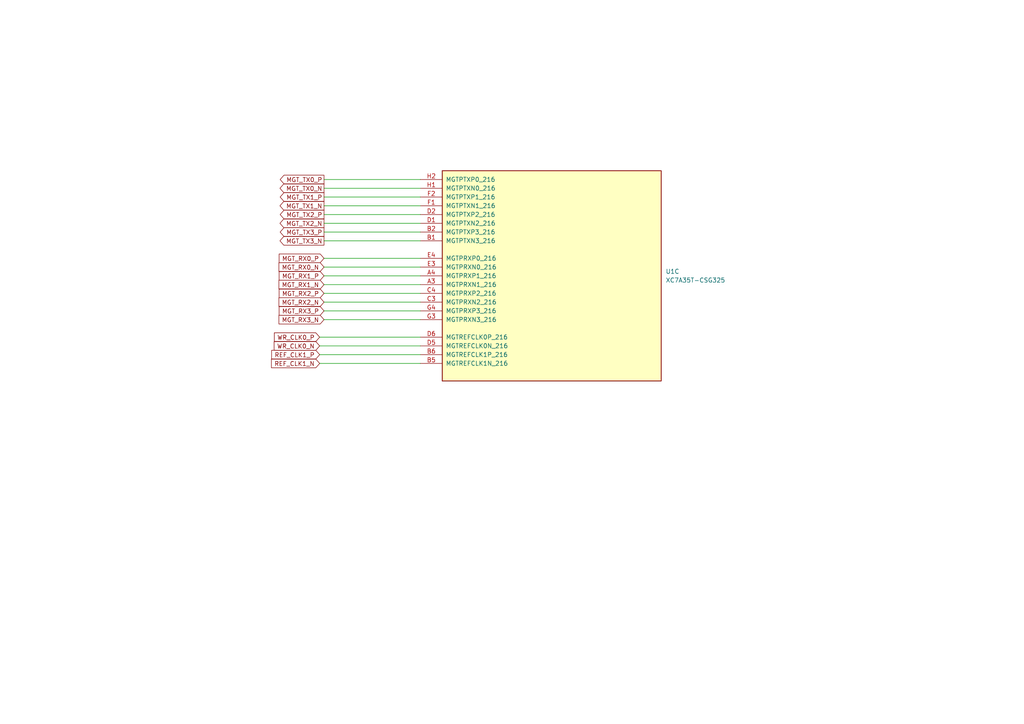
<source format=kicad_sch>
(kicad_sch (version 20241209) (generator "eeschema") (generator_version "9.0")
  (paper "A4")
  (lib_symbols
    (symbol "FPGA_Xilinx_Artix7:XC7A35T-CSG325" (pin_names (offset 1.016))
      (property "Reference" "U" (at 0 1.27 0))
      (property "Value" "XC7A35T-CSG325" (at 0 -1.27 0))
      (symbol "XC7A35T-CSG325_1_1"
        (rectangle (start -44.45 67.31) (end 44.45 -73.66) (stroke (width 0.254)) (fill (type background)))
        (pin bidirectional line (at -50.8 53.34 0) (length 6.35) (name "IO_0_14") (number "L14"))
        (pin bidirectional line (at -50.8 50.8 0) (length 6.35) (name "IO_L1P_T0_D00_MOSI_14") (number "K16"))
        (pin bidirectional line (at -50.8 48.26 0) (length 6.35) (name "IO_L1N_T0_D01_DIN_14") (number "L17"))
        (pin bidirectional line (at -50.8 45.72 0) (length 6.35) (name "IO_L2P_T0_D02_14") (number "J15"))
        (pin bidirectional line (at -50.8 43.18 0) (length 6.35) (name "IO_L2N_T0_D03_14") (number "J16"))
        (pin bidirectional line (at -50.8 40.64 0) (length 6.35) (name "IO_L3P_T0_DQS_PUDC_B_14") (number "J18"))
        (pin bidirectional line (at -50.8 38.1 0) (length 6.35) (name "IO_L3N_T0_DQS_EMCCLK_14") (number "K18"))
        (pin bidirectional line (at -50.8 35.56 0) (length 6.35) (name "IO_L4P_T0_D04_14") (number "K17"))
        (pin bidirectional line (at -50.8 33.02 0) (length 6.35) (name "IO_L4N_T0_D05_14") (number "L18"))
        (pin bidirectional line (at -50.8 30.48 0) (length 6.35) (name "IO_L5P_T0_D06_14") (number "J14"))
        (pin bidirectional line (at -50.8 27.94 0) (length 6.35) (name "IO_L5N_T0_D07_14") (number "K15"))
        (pin bidirectional line (at -50.8 25.4 0) (length 6.35) (name "IO_L6P_T0_FCS_B_14") (number "L15"))
        (pin bidirectional line (at -50.8 22.86 0) (length 6.35) (name "IO_L6N_T0_D08_VREF_14") (number "M15"))
        (pin bidirectional line (at -50.8 20.32 0) (length 6.35) (name "IO_L7P_T1_D09_14") (number "M16"))
        (pin bidirectional line (at -50.8 17.78 0) (length 6.35) (name "IO_L7N_T1_D10_14") (number "M17"))
        (pin bidirectional line (at -50.8 15.24 0) (length 6.35) (name "IO_L8P_T1_D11_14") (number "M14"))
        (pin bidirectional line (at -50.8 12.7 0) (length 6.35) (name "IO_L8N_T1_D12_14") (number "N14"))
        (pin bidirectional line (at -50.8 10.16 0) (length 6.35) (name "IO_L9P_T1_DQS_14") (number "N16"))
        (pin bidirectional line (at -50.8 7.62 0) (length 6.35) (name "IO_L9N_T1_DQS_D13_14") (number "N17"))
        (pin bidirectional line (at -50.8 5.08 0) (length 6.35) (name "IO_L10P_T1_D14_14") (number "N18"))
        (pin bidirectional line (at -50.8 2.54 0) (length 6.35) (name "IO_L10N_T1_D15_14") (number "P18"))
        (pin bidirectional line (at -50.8 0 0) (length 6.35) (name "IO_L11P_T1_SRCC_14") (number "P15"))
        (pin bidirectional line (at -50.8 -2.54 0) (length 6.35) (name "IO_L11N_T1_SRCC_14") (number "P16"))
        (pin bidirectional line (at -50.8 -5.08 0) (length 6.35) (name "IO_L12P_T1_MRCC_14") (number "P14"))
        (pin bidirectional line (at -50.8 -7.62 0) (length 6.35) (name "IO_L12N_T1_MRCC_14") (number "R15"))
        (pin bidirectional line (at -50.8 -10.16 0) (length 6.35) (name "IO_L13P_T2_MRCC_14") (number "T14"))
        (pin bidirectional line (at -50.8 -12.7 0) (length 6.35) (name "IO_L13N_T2_MRCC_14") (number "T15"))
        (pin bidirectional line (at -50.8 -15.24 0) (length 6.35) (name "IO_L14P_T2_SRCC_14") (number "R16"))
        (pin bidirectional line (at -50.8 -17.78 0) (length 6.35) (name "IO_L14N_T2_SRCC_14") (number "R17"))
        (pin bidirectional line (at -50.8 -20.32 0) (length 6.35) (name "IO_L15P_T2_DQS_RDWR_B_14") (number "R18"))
        (pin bidirectional line (at -50.8 -22.86 0) (length 6.35) (name "IO_L15N_T2_DQS_DOUT_CSO_B_14") (number "T18"))
        (pin bidirectional line (at -50.8 -25.4 0) (length 6.35) (name "IO_L16P_T2_CSI_B_14") (number "T17"))
        (pin bidirectional line (at -50.8 -27.94 0) (length 6.35) (name "IO_L16N_T2_A15_D31_14") (number "U17"))
        (pin bidirectional line (at -50.8 -30.48 0) (length 6.35) (name "IO_L17P_T2_A14_D30_14") (number "U15"))
        (pin bidirectional line (at -50.8 -33.02 0) (length 6.35) (name "IO_L17N_T2_A13_D29_14") (number "U16"))
        (pin bidirectional line (at -50.8 -35.56 0) (length 6.35) (name "IO_L18P_T2_A12_D28_14") (number "V16"))
        (pin bidirectional line (at -50.8 -38.1 0) (length 6.35) (name "IO_L18N_T2_A11_D27_14") (number "V17"))
        (pin bidirectional line (at -50.8 -40.64 0) (length 6.35) (name "IO_L19P_T3_A10_D26_14") (number "R13"))
        (pin bidirectional line (at -50.8 -43.18 0) (length 6.35) (name "IO_L19N_T3_A09_D25_VREF_14") (number "T13"))
        (pin bidirectional line (at -50.8 -45.72 0) (length 6.35) (name "IO_L20P_T3_A08_D24_14") (number "U14"))
        (pin bidirectional line (at -50.8 -48.26 0) (length 6.35) (name "IO_L20N_T3_A07_D23_14") (number "V14"))
        (pin bidirectional line (at -50.8 -50.8 0) (length 6.35) (name "IO_L21P_T3_DQS_14") (number "V12"))
        (pin bidirectional line (at -50.8 -53.34 0) (length 6.35) (name "IO_L21N_T3_DQS_A06_D22_14") (number "V13"))
        (pin bidirectional line (at -50.8 -55.88 0) (length 6.35) (name "IO_L22P_T3_A05_D21_14") (number "T12"))
        (pin bidirectional line (at -50.8 -58.42 0) (length 6.35) (name "IO_L22N_T3_A04_D20_14") (number "U12"))
        (pin bidirectional line (at -50.8 -60.96 0) (length 6.35) (name "IO_L23P_T3_A03_D19_14") (number "U11"))
        (pin bidirectional line (at -50.8 -63.5 0) (length 6.35) (name "IO_L23N_T3_A02_D18_14") (number "V11"))
        (pin bidirectional line (at -50.8 -66.04 0) (length 6.35) (name "IO_L24P_T3_A01_D17_14") (number "U9"))
        (pin bidirectional line (at -50.8 -68.58 0) (length 6.35) (name "IO_L24N_T3_A00_D16_14") (number "V9"))
        (pin bidirectional line (at -50.8 -71.12 0) (length 6.35) (name "IO_25_14") (number "U10"))
        (pin power_in line (at -40.64 73.66 270) (length 6.35) (name "VCCO_14") (number "L16"))
        (pin power_in line (at -38.1 73.66 270) (length 6.35) (name "VCCO_14") (number "P17"))
        (pin power_in line (at -35.56 73.66 270) (length 6.35) (name "VCCO_14") (number "R14"))
        (pin power_in line (at -33.02 73.66 270) (length 6.35) (name "VCCO_14") (number "T11"))
        (pin power_in line (at -30.48 73.66 270) (length 6.35) (name "VCCO_14") (number "U8"))
        (pin power_in line (at -27.94 73.66 270) (length 6.35) (name "VCCO_14") (number "U18"))
        (pin power_in line (at -25.4 73.66 270) (length 6.35) (name "VCCO_14") (number "V15"))
        (pin power_in line (at 25.4 73.66 270) (length 6.35) (name "VCCO_15") (number "A16"))
        (pin power_in line (at 27.94 73.66 270) (length 6.35) (name "VCCO_15") (number "B13"))
        (pin power_in line (at 30.48 73.66 270) (length 6.35) (name "VCCO_15") (number "C10"))
        (pin power_in line (at 33.02 73.66 270) (length 6.35) (name "VCCO_15") (number "D17"))
        (pin power_in line (at 35.56 73.66 270) (length 6.35) (name "VCCO_15") (number "E14"))
        (pin power_in line (at 38.1 73.66 270) (length 6.35) (name "VCCO_15") (number "G18"))
        (pin power_in line (at 40.64 73.66 270) (length 6.35) (name "VCCO_15") (number "H15"))
        (pin bidirectional line (at 50.8 53.34 180) (length 6.35) (name "IO_0_15") (number "D10"))
        (pin bidirectional line (at 50.8 50.8 180) (length 6.35) (name "IO_L1P_T0_AD0P_15") (number "D8"))
        (pin bidirectional line (at 50.8 48.26 180) (length 6.35) (name "IO_L1N_T0_AD0N_15") (number "C8"))
        (pin bidirectional line (at 50.8 45.72 180) (length 6.35) (name "IO_L2P_T0_AD8P_15") (number "D9"))
        (pin bidirectional line (at 50.8 43.18 180) (length 6.35) (name "IO_L2N_T0_AD8N_15") (number "C9"))
        (pin bidirectional line (at 50.8 40.64 180) (length 6.35) (name "IO_L3P_T0_DQS_AD1P_15") (number "B9"))
        (pin bidirectional line (at 50.8 38.1 180) (length 6.35) (name "IO_L3N_T0_DQS_AD1N_15") (number "A9"))
        (pin bidirectional line (at 50.8 35.56 180) (length 6.35) (name "IO_L4P_T0_15") (number "C11"))
        (pin bidirectional line (at 50.8 33.02 180) (length 6.35) (name "IO_L4N_T0_15") (number "B11"))
        (pin bidirectional line (at 50.8 30.48 180) (length 6.35) (name "IO_L5P_T0_AD9P_15") (number "B10"))
        (pin bidirectional line (at 50.8 27.94 180) (length 6.35) (name "IO_L5N_T0_AD9N_15") (number "A10"))
        (pin bidirectional line (at 50.8 25.4 180) (length 6.35) (name "IO_L6P_T0_15") (number "D11"))
        (pin bidirectional line (at 50.8 22.86 180) (length 6.35) (name "IO_L6N_T0_VREF_15") (number "C12"))
        (pin bidirectional line (at 50.8 20.32 180) (length 6.35) (name "IO_L7P_T1_AD2P_15") (number "B12"))
        (pin bidirectional line (at 50.8 17.78 180) (length 6.35) (name "IO_L7N_T1_AD2N_15") (number "A12"))
        (pin bidirectional line (at 50.8 15.24 180) (length 6.35) (name "IO_L8P_T1_AD10P_15") (number "A13"))
        (pin bidirectional line (at 50.8 12.7 180) (length 6.35) (name "IO_L8N_T1_AD10N_15") (number "A14"))
        (pin bidirectional line (at 50.8 10.16 180) (length 6.35) (name "IO_L9P_T1_DQS_AD3P_15") (number "C14"))
        (pin bidirectional line (at 50.8 7.62 180) (length 6.35) (name "IO_L9N_T1_DQS_AD3N_15") (number "B15"))
        (pin bidirectional line (at 50.8 5.08 180) (length 6.35) (name "IO_L10P_T1_AD11P_15") (number "B14"))
        (pin bidirectional line (at 50.8 2.54 180) (length 6.35) (name "IO_L10N_T1_AD11N_15") (number "A15"))
        (pin bidirectional line (at 50.8 0 180) (length 6.35) (name "IO_L11P_T1_SRCC_15") (number "D13"))
        (pin bidirectional line (at 50.8 -2.54 180) (length 6.35) (name "IO_L11N_T1_SRCC_15") (number "C13"))
        (pin bidirectional line (at 50.8 -5.08 180) (length 6.35) (name "IO_L12P_T1_MRCC_15") (number "E13"))
        (pin bidirectional line (at 50.8 -7.62 180) (length 6.35) (name "IO_L12N_T1_MRCC_15") (number "D14"))
        (pin bidirectional line (at 50.8 -10.16 180) (length 6.35) (name "IO_L13P_T2_MRCC_15") (number "E15"))
        (pin bidirectional line (at 50.8 -12.7 180) (length 6.35) (name "IO_L13N_T2_MRCC_15") (number "D15"))
        (pin bidirectional line (at 50.8 -15.24 180) (length 6.35) (name "IO_L14P_T2_SRCC_15") (number "E16"))
        (pin bidirectional line (at 50.8 -17.78 180) (length 6.35) (name "IO_L14N_T2_SRCC_15") (number "D16"))
        (pin bidirectional line (at 50.8 -20.32 180) (length 6.35) (name "IO_L15P_T2_DQS_15") (number "B16"))
        (pin bidirectional line (at 50.8 -22.86 180) (length 6.35) (name "IO_L15N_T2_DQS_ADV_B_15") (number "A17"))
        (pin bidirectional line (at 50.8 -25.4 180) (length 6.35) (name "IO_L16P_T2_A28_15") (number "C16"))
        (pin bidirectional line (at 50.8 -27.94 180) (length 6.35) (name "IO_L16N_T2_A27_15") (number "B17"))
        (pin bidirectional line (at 50.8 -30.48 180) (length 6.35) (name "IO_L17P_T2_A26_15") (number "E17"))
        (pin bidirectional line (at 50.8 -33.02 180) (length 6.35) (name "IO_L17N_T2_A25_15") (number "D18"))
        (pin bidirectional line (at 50.8 -35.56 180) (length 6.35) (name "IO_L18P_T2_A24_15") (number "C17"))
        (pin bidirectional line (at 50.8 -38.1 180) (length 6.35) (name "IO_L18N_T2_A23_15") (number "C18"))
        (pin bidirectional line (at 50.8 -40.64 180) (length 6.35) (name "IO_L19P_T3_A22_15") (number "G17"))
        (pin bidirectional line (at 50.8 -43.18 180) (length 6.35) (name "IO_L19N_T3_A21_VREF_15") (number "F18"))
        (pin bidirectional line (at 50.8 -45.72 180) (length 6.35) (name "IO_L20P_T3_A20_15") (number "H16"))
        (pin bidirectional line (at 50.8 -48.26 180) (length 6.35) (name "IO_L20N_T3_A19_15") (number "G16"))
        (pin bidirectional line (at 50.8 -50.8 180) (length 6.35) (name "IO_L21P_T3_DQS_15") (number "G15"))
        (pin bidirectional line (at 50.8 -53.34 180) (length 6.35) (name "IO_L21N_T3_DQS_A18_15") (number "F15"))
        (pin bidirectional line (at 50.8 -55.88 180) (length 6.35) (name "IO_L22P_T3_A17_15") (number "G14"))
        (pin bidirectional line (at 50.8 -58.42 180) (length 6.35) (name "IO_L22N_T3_A16_15") (number "F14"))
        (pin bidirectional line (at 50.8 -60.96 180) (length 6.35) (name "IO_L23P_T3_FOE_B_15") (number "H17"))
        (pin bidirectional line (at 50.8 -63.5 180) (length 6.35) (name "IO_L23N_T3_FWE_B_15") (number "H18"))
        (pin bidirectional line (at 50.8 -66.04 180) (length 6.35) (name "IO_L24P_T3_RS1_15") (number "F17"))
        (pin bidirectional line (at 50.8 -68.58 180) (length 6.35) (name "IO_L24N_T3_RS0_15") (number "E18"))
        (pin bidirectional line (at 50.8 -71.12 180) (length 6.35) (name "IO_25_15") (number "H14"))
      )
      (symbol "XC7A35T-CSG325_2_1"
        (rectangle (start -44.45 67.31) (end 44.45 -73.66) (stroke (width 0.254)) (fill (type background)))
        (pin bidirectional line (at -50.8 53.34 0) (length 6.35) (name "IO_0_34") (number "J6"))
        (pin bidirectional line (at -50.8 50.8 0) (length 6.35) (name "IO_L1P_T0_34") (number "K6"))
        (pin bidirectional line (at -50.8 48.26 0) (length 6.35) (name "IO_L1N_T0_34") (number "K5"))
        (pin bidirectional line (at -50.8 45.72 0) (length 6.35) (name "IO_L2P_T0_34") (number "J5"))
        (pin bidirectional line (at -50.8 43.18 0) (length 6.35) (name "IO_L2N_T0_34") (number "J4"))
        (pin bidirectional line (at -50.8 40.64 0) (length 6.35) (name "IO_L3P_T0_DQS_34") (number "K2"))
        (pin bidirectional line (at -50.8 38.1 0) (length 6.35) (name "IO_L3N_T0_DQS_34") (number "K1"))
        (pin bidirectional line (at -50.8 35.56 0) (length 6.35) (name "IO_L4P_T0_34") (number "K3"))
        (pin bidirectional line (at -50.8 33.02 0) (length 6.35) (name "IO_L4N_T0_34") (number "L2"))
        (pin bidirectional line (at -50.8 30.48 0) (length 6.35) (name "IO_L5P_T0_34") (number "L4"))
        (pin bidirectional line (at -50.8 27.94 0) (length 6.35) (name "IO_L5N_T0_34") (number "L3"))
        (pin bidirectional line (at -50.8 25.4 0) (length 6.35) (name "IO_L6P_T0_34") (number "L5"))
        (pin bidirectional line (at -50.8 22.86 0) (length 6.35) (name "IO_L6N_T0_VREF_34") (number "M5"))
        (pin bidirectional line (at -50.8 20.32 0) (length 6.35) (name "IO_L7P_T1_34") (number "M2"))
        (pin bidirectional line (at -50.8 17.78 0) (length 6.35) (name "IO_L7N_T1_34") (number "M1"))
        (pin bidirectional line (at -50.8 15.24 0) (length 6.35) (name "IO_L8P_T1_34") (number "M6"))
        (pin bidirectional line (at -50.8 12.7 0) (length 6.35) (name "IO_L8N_T1_34") (number "N6"))
        (pin bidirectional line (at -50.8 10.16 0) (length 6.35) (name "IO_L9P_T1_DQS_34") (number "N1"))
        (pin bidirectional line (at -50.8 7.62 0) (length 6.35) (name "IO_L9N_T1_DQS_34") (number "P1"))
        (pin bidirectional line (at -50.8 5.08 0) (length 6.35) (name "IO_L10P_T1_34") (number "M4"))
        (pin bidirectional line (at -50.8 2.54 0) (length 6.35) (name "IO_L10N_T1_34") (number "N4"))
        (pin bidirectional line (at -50.8 0 0) (length 6.35) (name "IO_L11P_T1_SRCC_34") (number "N3"))
        (pin bidirectional line (at -50.8 -2.54 0) (length 6.35) (name "IO_L11N_T1_SRCC_34") (number "N2"))
        (pin bidirectional line (at -50.8 -5.08 0) (length 6.35) (name "IO_L12P_T1_MRCC_34") (number "P4"))
        (pin bidirectional line (at -50.8 -7.62 0) (length 6.35) (name "IO_L12N_T1_MRCC_34") (number "P3"))
        (pin bidirectional line (at -50.8 -10.16 0) (length 6.35) (name "IO_L13P_T2_MRCC_34") (number "R2"))
        (pin bidirectional line (at -50.8 -12.7 0) (length 6.35) (name "IO_L13N_T2_MRCC_34") (number "R1"))
        (pin bidirectional line (at -50.8 -15.24 0) (length 6.35) (name "IO_L14P_T2_SRCC_34") (number "R3"))
        (pin bidirectional line (at -50.8 -17.78 0) (length 6.35) (name "IO_L14N_T2_SRCC_34") (number "T2"))
        (pin bidirectional line (at -50.8 -20.32 0) (length 6.35) (name "IO_L15P_T2_DQS_34") (number "U2"))
        (pin bidirectional line (at -50.8 -22.86 0) (length 6.35) (name "IO_L15N_T2_DQS_34") (number "U1"))
        (pin bidirectional line (at -50.8 -25.4 0) (length 6.35) (name "IO_L16P_T2_34") (number "V3"))
        (pin bidirectional line (at -50.8 -27.94 0) (length 6.35) (name "IO_L16N_T2_34") (number "V2"))
        (pin bidirectional line (at -50.8 -30.48 0) (length 6.35) (name "IO_L17P_T2_34") (number "T4"))
        (pin bidirectional line (at -50.8 -33.02 0) (length 6.35) (name "IO_L17N_T2_34") (number "T3"))
        (pin bidirectional line (at -50.8 -35.56 0) (length 6.35) (name "IO_L18P_T2_34") (number "U4"))
        (pin bidirectional line (at -50.8 -38.1 0) (length 6.35) (name "IO_L18N_T2_34") (number "V4"))
        (pin bidirectional line (at -50.8 -40.64 0) (length 6.35) (name "IO_L19P_T3_34") (number "P6"))
        (pin bidirectional line (at -50.8 -43.18 0) (length 6.35) (name "IO_L19N_T3_VREF_34") (number "P5"))
        (pin bidirectional line (at -50.8 -45.72 0) (length 6.35) (name "IO_L20P_T3_34") (number "U6"))
        (pin bidirectional line (at -50.8 -48.26 0) (length 6.35) (name "IO_L20N_T3_34") (number "U5"))
        (pin bidirectional line (at -50.8 -50.8 0) (length 6.35) (name "IO_L21P_T3_DQS_34") (number "R5"))
        (pin bidirectional line (at -50.8 -53.34 0) (length 6.35) (name "IO_L21N_T3_DQS_34") (number "T5"))
        (pin bidirectional line (at -50.8 -55.88 0) (length 6.35) (name "IO_L22P_T3_34") (number "R7"))
        (pin bidirectional line (at -50.8 -58.42 0) (length 6.35) (name "IO_L22N_T3_34") (number "T7"))
        (pin bidirectional line (at -50.8 -60.96 0) (length 6.35) (name "IO_L23P_T3_34") (number "U7"))
        (pin bidirectional line (at -50.8 -63.5 0) (length 6.35) (name "IO_L23N_T3_34") (number "V6"))
        (pin bidirectional line (at -50.8 -66.04 0) (length 6.35) (name "IO_L24P_T3_34") (number "V8"))
        (pin bidirectional line (at -50.8 -68.58 0) (length 6.35) (name "IO_L24N_T3_34") (number "V7"))
        (pin bidirectional line (at -50.8 -71.12 0) (length 6.35) (name "IO_25_34") (number "R6"))
        (pin power_in line (at -40.64 73.66 270) (length 6.35) (name "VCCO_34") (number "L6"))
        (pin power_in line (at -38.1 73.66 270) (length 6.35) (name "VCCO_34") (number "M3"))
        (pin power_in line (at -35.56 73.66 270) (length 6.35) (name "VCCO_34") (number "P7"))
        (pin power_in line (at -33.02 73.66 270) (length 6.35) (name "VCCO_34") (number "R4"))
        (pin power_in line (at -30.48 73.66 270) (length 6.35) (name "VCCO_34") (number "T1"))
        (pin power_in line (at -27.94 73.66 270) (length 6.35) (name "VCCO_34") (number "V5"))
      )
      (symbol "XC7A35T-CSG325_3_1"
        (rectangle (start -31.75 30.48) (end 31.75 -30.48) (stroke (width 0.254)) (fill (type background)))
        (pin bidirectional line (at -38.1 27.94 0) (length 6.35) (name "MGTPTXP0_216") (number "H2"))
        (pin bidirectional line (at -38.1 25.4 0) (length 6.35) (name "MGTPTXN0_216") (number "H1"))
        (pin bidirectional line (at -38.1 22.86 0) (length 6.35) (name "MGTPTXP1_216") (number "F2"))
        (pin bidirectional line (at -38.1 20.32 0) (length 6.35) (name "MGTPTXN1_216") (number "F1"))
        (pin bidirectional line (at -38.1 17.78 0) (length 6.35) (name "MGTPTXP2_216") (number "D2"))
        (pin bidirectional line (at -38.1 15.24 0) (length 6.35) (name "MGTPTXN2_216") (number "D1"))
        (pin bidirectional line (at -38.1 12.7 0) (length 6.35) (name "MGTPTXP3_216") (number "B2"))
        (pin bidirectional line (at -38.1 10.16 0) (length 6.35) (name "MGTPTXN3_216") (number "B1"))
        (pin bidirectional line (at -38.1 5.08 0) (length 6.35) (name "MGTPRXP0_216") (number "E4"))
        (pin bidirectional line (at -38.1 2.54 0) (length 6.35) (name "MGTPRXN0_216") (number "E3"))
        (pin bidirectional line (at -38.1 0 0) (length 6.35) (name "MGTPRXP1_216") (number "A4"))
        (pin bidirectional line (at -38.1 -2.54 0) (length 6.35) (name "MGTPRXN1_216") (number "A3"))
        (pin bidirectional line (at -38.1 -5.08 0) (length 6.35) (name "MGTPRXP2_216") (number "C4"))
        (pin bidirectional line (at -38.1 -7.62 0) (length 6.35) (name "MGTPRXN2_216") (number "C3"))
        (pin bidirectional line (at -38.1 -10.16 0) (length 6.35) (name "MGTPRXP3_216") (number "G4"))
        (pin bidirectional line (at -38.1 -12.7 0) (length 6.35) (name "MGTPRXN3_216") (number "G3"))
        (pin bidirectional line (at -38.1 -17.78 0) (length 6.35) (name "MGTREFCLK0P_216") (number "D6"))
        (pin bidirectional line (at -38.1 -20.32 0) (length 6.35) (name "MGTREFCLK0N_216") (number "D5"))
        (pin bidirectional line (at -38.1 -22.86 0) (length 6.35) (name "MGTREFCLK1P_216") (number "B6"))
        (pin bidirectional line (at -38.1 -25.4 0) (length 6.35) (name "MGTREFCLK1N_216") (number "B5"))
      )
      (symbol "XC7A35T-CSG325_4_1"
        (rectangle (start -31.75 10.16) (end 31.75 -10.16) (stroke (width 0.254)) (fill (type background)))
        (pin power_in line (at -38.1 7.62 0) (length 6.35) (name "MGTAVCC") (number "B4"))
        (pin power_in line (at -38.1 5.08 0) (length 6.35) (name "MGTAVCC") (number "C5"))
        (pin power_in line (at -38.1 2.54 0) (length 6.35) (name "MGTAVCC") (number "E5"))
        (pin power_in line (at -38.1 0 0) (length 6.35) (name "MGTAVCC") (number "F5"))
        (pin power_in line (at 38.1 7.62 180) (length 6.35) (name "MGTAVTT") (number "A2"))
        (pin power_in line (at 38.1 5.08 180) (length 6.35) (name "MGTAVTT") (number "C1"))
        (pin power_in line (at 38.1 2.54 180) (length 6.35) (name "MGTAVTT") (number "E1"))
        (pin power_in line (at 38.1 0 180) (length 6.35) (name "MGTAVTT") (number "F3"))
        (pin power_in line (at 38.1 -2.54 180) (length 6.35) (name "MGTAVTT") (number "G2"))
        (pin power_in line (at 38.1 -7.62 180) (length 6.35) (name "MGTRREF_216") (number "A6"))
      )
      (symbol "XC7A35T-CSG325_5_1"
        (rectangle (start -31.75 34.29) (end 31.75 -40.64) (stroke (width 0.254)) (fill (type background)))
        (pin power_in line (at 25.4 40.64 270) (length 6.35) (name "VCCO_0") (number "E10"))
        (pin power_in line (at 27.94 40.64 270) (length 6.35) (name "VCCO_0") (number "R10"))
        (pin bidirectional line (at 38.1 20.32 180) (length 6.35) (name "TDI_0") (number "T9"))
        (pin bidirectional line (at 38.1 17.78 180) (length 6.35) (name "TDO_0") (number "T8"))
        (pin bidirectional line (at 38.1 15.24 180) (length 6.35) (name "TMS_0") (number "R8"))
        (pin bidirectional line (at 38.1 12.7 180) (length 6.35) (name "TCK_0") (number "F8"))
        (pin bidirectional line (at 38.1 7.62 180) (length 6.35) (name "CCLK_0") (number "E8"))
        (pin bidirectional line (at 38.1 5.08 180) (length 6.35) (name "M0_0") (number "R12"))
        (pin bidirectional line (at 38.1 2.54 180) (length 6.35) (name "M1_0") (number "R11"))
        (pin bidirectional line (at 38.1 0 180) (length 6.35) (name "M2_0") (number "F13"))
        (pin bidirectional line (at 38.1 -5.08 180) (length 6.35) (name "DONE_0") (number "F12"))
        (pin bidirectional line (at 38.1 -7.62 180) (length 6.35) (name "INIT_B_0") (number "T10"))
        (pin bidirectional line (at 38.1 -10.16 180) (length 6.35) (name "PROGRAM_B_0") (number "P10"))
        (pin bidirectional line (at 38.1 -15.24 180) (length 6.35) (name "CFGBVS_0") (number "E12"))
        (pin bidirectional line (at 38.1 -20.32 180) (length 6.35) (name "VP_0") (number "K10"))
        (pin bidirectional line (at 38.1 -22.86 180) (length 6.35) (name "VN_0") (number "L9"))
        (pin bidirectional line (at 38.1 -27.94 180) (length 6.35) (name "VREFP_0") (number "L10"))
        (pin bidirectional line (at 38.1 -30.48 180) (length 6.35) (name "VREFN_0") (number "K9"))
        (pin bidirectional line (at 38.1 -35.56 180) (length 6.35) (name "DXP_0") (number "M10"))
        (pin bidirectional line (at 38.1 -38.1 180) (length 6.35) (name "DXN_0") (number "M9"))
      )
      (symbol "XC7A35T-CSG325_6_1"
        (rectangle (start -19.05 73.66) (end 19.05 -73.66) (stroke (width 0.254)) (fill (type background)))
        (pin power_in line (at -25.4 71.12 0) (length 6.35) (name "VCCAUX") (number "G12"))
        (pin power_in line (at -25.4 68.58 0) (length 6.35) (name "VCCAUX") (number "H13"))
        (pin power_in line (at -25.4 66.04 0) (length 6.35) (name "VCCAUX") (number "K13"))
        (pin power_in line (at -25.4 63.5 0) (length 6.35) (name "VCCAUX") (number "M13"))
        (pin power_in line (at -25.4 60.96 0) (length 6.35) (name "VCCAUX") (number "P13"))
        (pin power_in line (at -25.4 55.88 0) (length 6.35) (name "GNDADC_0") (number "J9"))
        (pin power_in line (at -25.4 53.34 0) (length 6.35) (name "VCCADC_0") (number "J10"))
        (pin power_in line (at -25.4 50.8 0) (length 6.35) (name "VCCBATT_0") (number "E11"))
        (pin power_in line (at -25.4 48.26 0) (length 6.35) (name "VCCBRAM") (number "F11"))
        (pin power_in line (at -25.4 45.72 0) (length 6.35) (name "VCCBRAM") (number "G10"))
        (pin power_in line (at -25.4 43.18 0) (length 6.35) (name "VCCBRAM") (number "H11"))
        (pin power_in line (at -25.4 22.86 0) (length 6.35) (name "GND") (number "A1"))
        (pin power_in line (at -25.4 20.32 0) (length 6.35) (name "GND") (number "A5"))
        (pin power_in line (at -25.4 17.78 0) (length 6.35) (name "GND") (number "A7"))
        (pin power_in line (at -25.4 15.24 0) (length 6.35) (name "GND") (number "A8"))
        (pin power_in line (at -25.4 12.7 0) (length 6.35) (name "GND") (number "A11"))
        (pin power_in line (at -25.4 10.16 0) (length 6.35) (name "GND") (number "A18"))
        (pin power_in line (at -25.4 7.62 0) (length 6.35) (name "GND") (number "B3"))
        (pin power_in line (at -25.4 5.08 0) (length 6.35) (name "GND") (number "B7"))
        (pin power_in line (at -25.4 2.54 0) (length 6.35) (name "GND") (number "B8"))
        (pin power_in line (at -25.4 0 0) (length 6.35) (name "GND") (number "B18"))
        (pin power_in line (at -25.4 -2.54 0) (length 6.35) (name "GND") (number "C2"))
        (pin power_in line (at -25.4 -5.08 0) (length 6.35) (name "GND") (number "C6"))
        (pin power_in line (at -25.4 -7.62 0) (length 6.35) (name "GND") (number "C7"))
        (pin power_in line (at -25.4 -10.16 0) (length 6.35) (name "GND") (number "C15"))
        (pin power_in line (at -25.4 -12.7 0) (length 6.35) (name "GND") (number "D3"))
        (pin power_in line (at -25.4 -15.24 0) (length 6.35) (name "GND") (number "D4"))
        (pin power_in line (at -25.4 -17.78 0) (length 6.35) (name "GND") (number "D7"))
        (pin power_in line (at -25.4 -20.32 0) (length 6.35) (name "GND") (number "D12"))
        (pin power_in line (at -25.4 -22.86 0) (length 6.35) (name "GND") (number "E2"))
        (pin power_in line (at -25.4 -25.4 0) (length 6.35) (name "GND") (number "E6"))
        (pin power_in line (at -25.4 -27.94 0) (length 6.35) (name "GND") (number "E7"))
        (pin power_in line (at -25.4 -30.48 0) (length 6.35) (name "GND") (number "E9"))
        (pin power_in line (at -25.4 -33.02 0) (length 6.35) (name "GND") (number "F4"))
        (pin power_in line (at -25.4 -35.56 0) (length 6.35) (name "GND") (number "F6"))
        (pin power_in line (at -25.4 -38.1 0) (length 6.35) (name "GND") (number "F10"))
        (pin power_in line (at -25.4 -40.64 0) (length 6.35) (name "GND") (number "F16"))
        (pin power_in line (at -25.4 -43.18 0) (length 6.35) (name "GND") (number "G1"))
        (pin power_in line (at -25.4 -45.72 0) (length 6.35) (name "GND") (number "G5"))
        (pin power_in line (at -25.4 -48.26 0) (length 6.35) (name "GND") (number "G6"))
        (pin power_in line (at -25.4 -50.8 0) (length 6.35) (name "GND") (number "G7"))
        (pin power_in line (at -25.4 -53.34 0) (length 6.35) (name "GND") (number "G9"))
        (pin power_in line (at -25.4 -55.88 0) (length 6.35) (name "GND") (number "G11"))
        (pin power_in line (at -25.4 -58.42 0) (length 6.35) (name "GND") (number "G13"))
        (pin power_in line (at -25.4 -60.96 0) (length 6.35) (name "GND") (number "H3"))
        (pin power_in line (at -25.4 -63.5 0) (length 6.35) (name "GND") (number "H4"))
        (pin power_in line (at -25.4 -66.04 0) (length 6.35) (name "GND") (number "H5"))
        (pin power_in line (at -25.4 -68.58 0) (length 6.35) (name "GND") (number "H6"))
        (pin power_in line (at -25.4 -71.12 0) (length 6.35) (name "GND") (number "H8"))
        (pin power_in line (at 25.4 71.12 180) (length 6.35) (name "VCCINT") (number "F7"))
        (pin power_in line (at 25.4 68.58 180) (length 6.35) (name "VCCINT") (number "F9"))
        (pin power_in line (at 25.4 66.04 180) (length 6.35) (name "VCCINT") (number "G8"))
        (pin power_in line (at 25.4 63.5 180) (length 6.35) (name "VCCINT") (number "H7"))
        (pin power_in line (at 25.4 60.96 180) (length 6.35) (name "VCCINT") (number "H9"))
        (pin power_in line (at 25.4 58.42 180) (length 6.35) (name "VCCINT") (number "J8"))
        (pin power_in line (at 25.4 55.88 180) (length 6.35) (name "VCCINT") (number "J12"))
        (pin power_in line (at 25.4 53.34 180) (length 6.35) (name "VCCINT") (number "K7"))
        (pin power_in line (at 25.4 50.8 180) (length 6.35) (name "VCCINT") (number "K11"))
        (pin power_in line (at 25.4 48.26 180) (length 6.35) (name "VCCINT") (number "L8"))
        (pin power_in line (at 25.4 45.72 180) (length 6.35) (name "VCCINT") (number "L12"))
        (pin power_in line (at 25.4 43.18 180) (length 6.35) (name "VCCINT") (number "M7"))
        (pin power_in line (at 25.4 40.64 180) (length 6.35) (name "VCCINT") (number "M11"))
        (pin power_in line (at 25.4 38.1 180) (length 6.35) (name "VCCINT") (number "N8"))
        (pin power_in line (at 25.4 35.56 180) (length 6.35) (name "VCCINT") (number "N10"))
        (pin power_in line (at 25.4 33.02 180) (length 6.35) (name "VCCINT") (number "N12"))
        (pin power_in line (at 25.4 30.48 180) (length 6.35) (name "VCCINT") (number "P9"))
        (pin power_in line (at 25.4 27.94 180) (length 6.35) (name "VCCINT") (number "P11"))
        (pin power_in line (at 25.4 20.32 180) (length 6.35) (name "GND") (number "H10"))
        (pin power_in line (at 25.4 17.78 180) (length 6.35) (name "GND") (number "H12"))
        (pin power_in line (at 25.4 15.24 180) (length 6.35) (name "GND") (number "J1"))
        (pin power_in line (at 25.4 12.7 180) (length 6.35) (name "GND") (number "J2"))
        (pin power_in line (at 25.4 10.16 180) (length 6.35) (name "GND") (number "J3"))
        (pin power_in line (at 25.4 7.62 180) (length 6.35) (name "GND") (number "J7"))
        (pin power_in line (at 25.4 5.08 180) (length 6.35) (name "GND") (number "J11"))
        (pin power_in line (at 25.4 2.54 180) (length 6.35) (name "GND") (number "J13"))
        (pin power_in line (at 25.4 0 180) (length 6.35) (name "GND") (number "J17"))
        (pin power_in line (at 25.4 -2.54 180) (length 6.35) (name "GND") (number "K4"))
        (pin power_in line (at 25.4 -5.08 180) (length 6.35) (name "GND") (number "K8"))
        (pin power_in line (at 25.4 -7.62 180) (length 6.35) (name "GND") (number "K12"))
        (pin power_in line (at 25.4 -10.16 180) (length 6.35) (name "GND") (number "K14"))
        (pin power_in line (at 25.4 -12.7 180) (length 6.35) (name "GND") (number "L1"))
        (pin power_in line (at 25.4 -15.24 180) (length 6.35) (name "GND") (number "L7"))
        (pin power_in line (at 25.4 -17.78 180) (length 6.35) (name "GND") (number "L11"))
        (pin power_in line (at 25.4 -20.32 180) (length 6.35) (name "GND") (number "L13"))
        (pin power_in line (at 25.4 -22.86 180) (length 6.35) (name "GND") (number "M8"))
        (pin power_in line (at 25.4 -25.4 180) (length 6.35) (name "GND") (number "M12"))
        (pin power_in line (at 25.4 -27.94 180) (length 6.35) (name "GND") (number "M18"))
        (pin power_in line (at 25.4 -30.48 180) (length 6.35) (name "GND") (number "N5"))
        (pin power_in line (at 25.4 -33.02 180) (length 6.35) (name "GND") (number "N7"))
        (pin power_in line (at 25.4 -35.56 180) (length 6.35) (name "GND") (number "N9"))
        (pin power_in line (at 25.4 -38.1 180) (length 6.35) (name "GND") (number "N11"))
        (pin power_in line (at 25.4 -40.64 180) (length 6.35) (name "GND") (number "N13"))
        (pin power_in line (at 25.4 -43.18 180) (length 6.35) (name "GND") (number "N15"))
        (pin power_in line (at 25.4 -45.72 180) (length 6.35) (name "GND") (number "P2"))
        (pin power_in line (at 25.4 -48.26 180) (length 6.35) (name "GND") (number "P8"))
        (pin power_in line (at 25.4 -50.8 180) (length 6.35) (name "GND") (number "P12"))
        (pin power_in line (at 25.4 -53.34 180) (length 6.35) (name "GND") (number "R9"))
        (pin power_in line (at 25.4 -55.88 180) (length 6.35) (name "GND") (number "T6"))
        (pin power_in line (at 25.4 -58.42 180) (length 6.35) (name "GND") (number "T16"))
        (pin power_in line (at 25.4 -60.96 180) (length 6.35) (name "GND") (number "U3"))
        (pin power_in line (at 25.4 -63.5 180) (length 6.35) (name "GND") (number "U13"))
        (pin power_in line (at 25.4 -66.04 180) (length 6.35) (name "GND") (number "V1"))
        (pin power_in line (at 25.4 -68.58 180) (length 6.35) (name "GND") (number "V10"))
        (pin power_in line (at 25.4 -71.12 180) (length 6.35) (name "GND") (number "V18"))
      )
    )
  )
  (wire (pts (xy 93.98 92.71) (xy 121.92 92.71)))
  (wire (pts (xy 93.98 52.07) (xy 121.92 52.07)))
  (wire (pts (xy 93.98 85.09) (xy 121.92 85.09)))
  (wire (pts (xy 92.71 105.41) (xy 121.92 105.41)))
  (wire (pts (xy 93.98 54.61) (xy 121.92 54.61)))
  (wire (pts (xy 93.98 62.23) (xy 121.92 62.23)))
  (wire (pts (xy 92.71 97.79) (xy 121.92 97.79)))
  (wire (pts (xy 92.71 100.33) (xy 121.92 100.33)))
  (wire (pts (xy 93.98 69.85) (xy 121.92 69.85)))
  (wire (pts (xy 93.98 74.93) (xy 121.92 74.93)))
  (wire (pts (xy 93.98 82.55) (xy 121.92 82.55)))
  (wire (pts (xy 93.98 90.17) (xy 121.92 90.17)))
  (wire (pts (xy 93.98 87.63) (xy 121.92 87.63)))
  (wire (pts (xy 93.98 67.31) (xy 121.92 67.31)))
  (wire (pts (xy 92.71 102.87) (xy 121.92 102.87)))
  (wire (pts (xy 93.98 77.47) (xy 121.92 77.47)))
  (wire (pts (xy 93.98 64.77) (xy 121.92 64.77)))
  (wire (pts (xy 93.98 57.15) (xy 121.92 57.15)))
  (wire (pts (xy 93.98 80.01) (xy 121.92 80.01)))
  (wire (pts (xy 93.98 59.69) (xy 121.92 59.69)))
  (global_label "MGT_TX3_P" (shape output) (at 93.98 67.31 180) (property "Intersheetrefs" "${INTERSHEET_REFS}" (effects (hide yes))))
  (global_label "MGT_RX0_P" (shape input) (at 93.98 74.93 180) (property "Intersheetrefs" "${INTERSHEET_REFS}" (effects (hide yes))))
  (global_label "MGT_TX2_N" (shape output) (at 93.98 64.77 180) (property "Intersheetrefs" "${INTERSHEET_REFS}" (effects (hide yes))))
  (global_label "MGT_RX1_P" (shape input) (at 93.98 80.01 180) (property "Intersheetrefs" "${INTERSHEET_REFS}" (effects (hide yes))))
  (global_label "MGT_TX0_P" (shape output) (at 93.98 52.07 180) (property "Intersheetrefs" "${INTERSHEET_REFS}" (effects (hide yes))))
  (global_label "MGT_TX1_P" (shape output) (at 93.98 57.15 180) (property "Intersheetrefs" "${INTERSHEET_REFS}" (effects (hide yes))))
  (global_label "REF_CLK1_N" (shape input) (at 92.71 105.41 180) (property "Intersheetrefs" "${INTERSHEET_REFS}" (effects (hide yes))))
  (global_label "REF_CLK1_P" (shape input) (at 92.71 102.87 180) (property "Intersheetrefs" "${INTERSHEET_REFS}" (effects (hide yes))))
  (global_label "MGT_RX3_N" (shape input) (at 93.98 92.71 180) (property "Intersheetrefs" "${INTERSHEET_REFS}" (effects (hide yes))))
  (global_label "MGT_RX0_N" (shape input) (at 93.98 77.47 180) (property "Intersheetrefs" "${INTERSHEET_REFS}" (effects (hide yes))))
  (global_label "MGT_TX2_P" (shape output) (at 93.98 62.23 180) (property "Intersheetrefs" "${INTERSHEET_REFS}" (effects (hide yes))))
  (global_label "MGT_TX1_N" (shape output) (at 93.98 59.69 180) (property "Intersheetrefs" "${INTERSHEET_REFS}" (effects (hide yes))))
  (global_label "MGT_TX0_N" (shape output) (at 93.98 54.61 180) (property "Intersheetrefs" "${INTERSHEET_REFS}" (effects (hide yes))))
  (global_label "WR_CLK0_N" (shape input) (at 92.71 100.33 180) (effects (font (thickness 0.1588))) (property "Intersheetrefs" "${INTERSHEET_REFS}" (effects (hide yes))))
  (global_label "WR_CLK0_P" (shape input) (at 92.71 97.79 180) (effects (font (thickness 0.1588))) (property "Intersheetrefs" "${INTERSHEET_REFS}" (effects (hide yes))))
  (global_label "MGT_TX3_N" (shape output) (at 93.98 69.85 180) (property "Intersheetrefs" "${INTERSHEET_REFS}" (effects (hide yes))))
  (global_label "MGT_RX3_P" (shape input) (at 93.98 90.17 180) (property "Intersheetrefs" "${INTERSHEET_REFS}" (effects (hide yes))))
  (global_label "MGT_RX2_N" (shape input) (at 93.98 87.63 180) (property "Intersheetrefs" "${INTERSHEET_REFS}" (effects (hide yes))))
  (global_label "MGT_RX1_N" (shape input) (at 93.98 82.55 180) (property "Intersheetrefs" "${INTERSHEET_REFS}" (effects (hide yes))))
  (global_label "MGT_RX2_P" (shape input) (at 93.98 85.09 180) (property "Intersheetrefs" "${INTERSHEET_REFS}" (effects (hide yes))))
  (symbol (lib_id "FPGA_Xilinx_Artix7:XC7A35T-CSG325") (at 160.02 80.01 0) (unit 3)
    (property "Reference" "U1" (at 193.04 78.7399 0) (effects (justify left)))
    (property "Value" "XC7A35T-CSG325" (at 193.04 81.2799 0) (effects (justify left)))
    (property "Footprint" "Package_BGA:Xilinx_CSG325" (effects (hide yes)))
    (property "Description" "Artix 7 T 35 XC7A35T-CSG325" (effects (hide yes)))
  )
)
</source>
